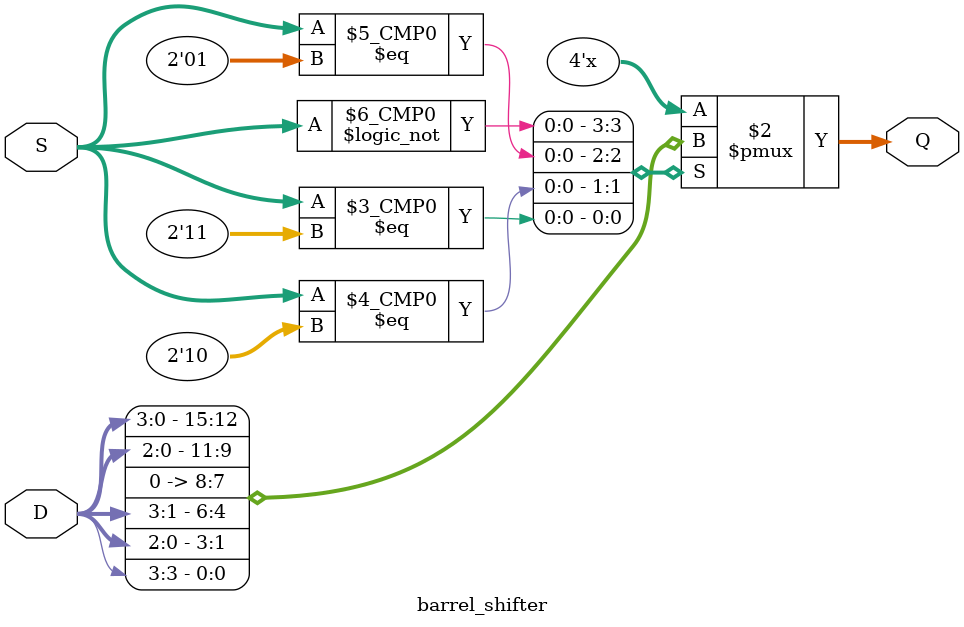
<source format=v>

module top_module (
    input clk,
    input rst,
    input ena,
    input [1:0] shift_dir,
    output wire [3:0] sum
);

    wire [3:0] count;
    wire [3:0] shifted_count;

    binary_counter counter_inst (
        .clk(clk),
        .rst(rst),
        .ena(ena),
        .count(count)
    );

    barrel_shifter shifter_inst (
        .D(count),
        .S(shift_dir),
        .Q(shifted_count)
    );

    assign sum = (shift_dir == 2'b00) ? shifted_count + count :
                (shift_dir == 2'b01) ? shifted_count << 1 :
                (shift_dir == 2'b10) ? shifted_count >> 1 :
                {shifted_count[2:0], shifted_count[3]};

endmodule

module binary_counter (
    input clk,
    input rst,
    input ena,
    output reg [3:0] count
);

    always @ (posedge clk) begin
        if (rst) begin
            count <= 4'b0;
        end else if (ena) begin
            count <= count + 1;
        end
    end

endmodule

module barrel_shifter (
    input [3:0] D,
    input [1:0] S,
    output reg [3:0] Q
);

    always @ (D, S) begin
        case (S)
            2'b00: Q <= D;
            2'b01: Q <= {D[2:0], 1'b0};
            2'b10: Q <= {1'b0, D[3:1]};
            2'b11: Q <= {D[2:0], D[3]};
        endcase
    end

endmodule

</source>
